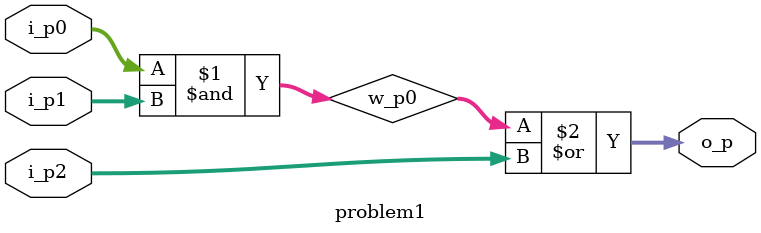
<source format=v>
module problem1(
    input [7:0] i_p0,
    input [7:0] i_p1,
    input [7:0] i_p2,
    output [7:0] o_p
);
    wire [7:0] w_p0;

    assign w_p0 = i_p0 & i_p1;
    assign o_p = w_p0 | i_p2;
endmodule

</source>
